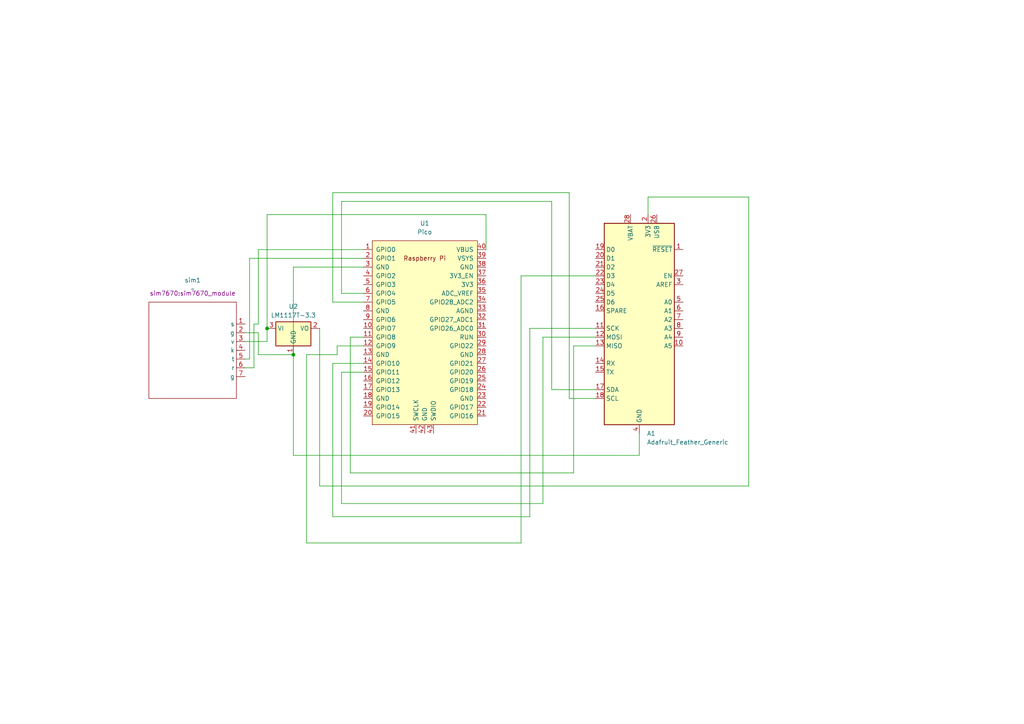
<source format=kicad_sch>
(kicad_sch (version 20231120) (generator "eeschema") (generator_version "8.0")
  (paper "A4")
  (lib_symbols
    (symbol "MCU_Module:Adafruit_Feather_Generic"
      (property "Reference" "A" (at -10.16 29.21 0))
      (property "Value" "Adafruit_Feather_Generic" (at 2.54 -31.75 0))
      (symbol "Adafruit_Feather_Generic_0_1"
        (rectangle (start -10.16 27.94) (end 10.16 -30.48) (stroke (width 0.254)) (fill (type background)))
      )
      (symbol "Adafruit_Feather_Generic_1_1"
        (pin input line (at 12.7 20.32 180) (length 2.54) (name "~{RESET}") (number "1"))
        (pin bidirectional line (at 12.7 -7.62 180) (length 2.54) (name "A5") (number "10"))
        (pin bidirectional line (at -12.7 -2.54 0) (length 2.54) (name "SCK") (number "11"))
        (pin bidirectional line (at -12.7 -5.08 0) (length 2.54) (name "MOSI") (number "12"))
        (pin bidirectional line (at -12.7 -7.62 0) (length 2.54) (name "MISO") (number "13"))
        (pin bidirectional line (at -12.7 -12.7 0) (length 2.54) (name "RX") (number "14"))
        (pin bidirectional line (at -12.7 -15.24 0) (length 2.54) (name "TX") (number "15"))
        (pin bidirectional line (at -12.7 2.54 0) (length 2.54) (name "SPARE") (number "16"))
        (pin bidirectional line (at -12.7 -20.32 0) (length 2.54) (name "SDA") (number "17"))
        (pin bidirectional line (at -12.7 -22.86 0) (length 2.54) (name "SCL") (number "18"))
        (pin bidirectional line (at -12.7 20.32 0) (length 2.54) (name "D0") (number "19"))
        (pin power_in line (at 2.54 30.48 270) (length 2.54) (name "3V3") (number "2"))
        (pin bidirectional line (at -12.7 17.78 0) (length 2.54) (name "D1") (number "20"))
        (pin bidirectional line (at -12.7 15.24 0) (length 2.54) (name "D2") (number "21"))
        (pin bidirectional line (at -12.7 12.7 0) (length 2.54) (name "D3") (number "22"))
        (pin bidirectional line (at -12.7 10.16 0) (length 2.54) (name "D4") (number "23"))
        (pin bidirectional line (at -12.7 7.62 0) (length 2.54) (name "D5") (number "24"))
        (pin bidirectional line (at -12.7 5.08 0) (length 2.54) (name "D6") (number "25"))
        (pin power_in line (at 5.08 30.48 270) (length 2.54) (name "USB") (number "26"))
        (pin input line (at 12.7 12.7 180) (length 2.54) (name "EN") (number "27"))
        (pin power_in line (at -2.54 30.48 270) (length 2.54) (name "VBAT") (number "28"))
        (pin input line (at 12.7 10.16 180) (length 2.54) (name "AREF") (number "3"))
        (pin power_in line (at 0 -33.02 90) (length 2.54) (name "GND") (number "4"))
        (pin bidirectional line (at 12.7 5.08 180) (length 2.54) (name "A0") (number "5"))
        (pin bidirectional line (at 12.7 2.54 180) (length 2.54) (name "A1") (number "6"))
        (pin bidirectional line (at 12.7 0 180) (length 2.54) (name "A2") (number "7"))
        (pin bidirectional line (at 12.7 -2.54 180) (length 2.54) (name "A3") (number "8"))
        (pin bidirectional line (at 12.7 -5.08 180) (length 2.54) (name "A4") (number "9"))
      )
    )
    (symbol "RPi_Pico:Pico" (pin_names (offset 1.016))
      (property "Reference" "U" (at -13.97 27.94 0))
      (property "Value" "Pico" (at 0 19.05 0))
      (symbol "Pico_0_0"
        (text "Raspberry Pi" (at 0 21.59 0) (effects (font (size 1.27 1.27))))
      )
      (symbol "Pico_0_1"
        (rectangle (start -15.24 26.67) (end 15.24 -26.67) (fill (type background)))
      )
      (symbol "Pico_1_1"
        (pin bidirectional line (at -17.78 24.13 0) (length 2.54) (name "GPIO0") (number "1"))
        (pin bidirectional line (at -17.78 1.27 0) (length 2.54) (name "GPIO7") (number "10"))
        (pin bidirectional line (at -17.78 -1.27 0) (length 2.54) (name "GPIO8") (number "11"))
        (pin bidirectional line (at -17.78 -3.81 0) (length 2.54) (name "GPIO9") (number "12"))
        (pin power_in line (at -17.78 -6.35 0) (length 2.54) (name "GND") (number "13"))
        (pin bidirectional line (at -17.78 -8.89 0) (length 2.54) (name "GPIO10") (number "14"))
        (pin bidirectional line (at -17.78 -11.43 0) (length 2.54) (name "GPIO11") (number "15"))
        (pin bidirectional line (at -17.78 -13.97 0) (length 2.54) (name "GPIO12") (number "16"))
        (pin bidirectional line (at -17.78 -16.51 0) (length 2.54) (name "GPIO13") (number "17"))
        (pin power_in line (at -17.78 -19.05 0) (length 2.54) (name "GND") (number "18"))
        (pin bidirectional line (at -17.78 -21.59 0) (length 2.54) (name "GPIO14") (number "19"))
        (pin bidirectional line (at -17.78 21.59 0) (length 2.54) (name "GPIO1") (number "2"))
        (pin bidirectional line (at -17.78 -24.13 0) (length 2.54) (name "GPIO15") (number "20"))
        (pin bidirectional line (at 17.78 -24.13 180) (length 2.54) (name "GPIO16") (number "21"))
        (pin bidirectional line (at 17.78 -21.59 180) (length 2.54) (name "GPIO17") (number "22"))
        (pin power_in line (at 17.78 -19.05 180) (length 2.54) (name "GND") (number "23"))
        (pin bidirectional line (at 17.78 -16.51 180) (length 2.54) (name "GPIO18") (number "24"))
        (pin bidirectional line (at 17.78 -13.97 180) (length 2.54) (name "GPIO19") (number "25"))
        (pin bidirectional line (at 17.78 -11.43 180) (length 2.54) (name "GPIO20") (number "26"))
        (pin bidirectional line (at 17.78 -8.89 180) (length 2.54) (name "GPIO21") (number "27"))
        (pin power_in line (at 17.78 -6.35 180) (length 2.54) (name "GND") (number "28"))
        (pin bidirectional line (at 17.78 -3.81 180) (length 2.54) (name "GPIO22") (number "29"))
        (pin power_in line (at -17.78 19.05 0) (length 2.54) (name "GND") (number "3"))
        (pin input line (at 17.78 -1.27 180) (length 2.54) (name "RUN") (number "30"))
        (pin bidirectional line (at 17.78 1.27 180) (length 2.54) (name "GPIO26_ADC0") (number "31"))
        (pin bidirectional line (at 17.78 3.81 180) (length 2.54) (name "GPIO27_ADC1") (number "32"))
        (pin power_in line (at 17.78 6.35 180) (length 2.54) (name "AGND") (number "33"))
        (pin bidirectional line (at 17.78 8.89 180) (length 2.54) (name "GPIO28_ADC2") (number "34"))
        (pin unspecified line (at 17.78 11.43 180) (length 2.54) (name "ADC_VREF") (number "35"))
        (pin unspecified line (at 17.78 13.97 180) (length 2.54) (name "3V3") (number "36"))
        (pin input line (at 17.78 16.51 180) (length 2.54) (name "3V3_EN") (number "37"))
        (pin bidirectional line (at 17.78 19.05 180) (length 2.54) (name "GND") (number "38"))
        (pin unspecified line (at 17.78 21.59 180) (length 2.54) (name "VSYS") (number "39"))
        (pin bidirectional line (at -17.78 16.51 0) (length 2.54) (name "GPIO2") (number "4"))
        (pin unspecified line (at 17.78 24.13 180) (length 2.54) (name "VBUS") (number "40"))
        (pin input line (at -2.54 -29.21 90) (length 2.54) (name "SWCLK") (number "41"))
        (pin power_in line (at 0 -29.21 90) (length 2.54) (name "GND") (number "42"))
        (pin bidirectional line (at 2.54 -29.21 90) (length 2.54) (name "SWDIO") (number "43"))
        (pin bidirectional line (at -17.78 13.97 0) (length 2.54) (name "GPIO3") (number "5"))
        (pin bidirectional line (at -17.78 11.43 0) (length 2.54) (name "GPIO4") (number "6"))
        (pin bidirectional line (at -17.78 8.89 0) (length 2.54) (name "GPIO5") (number "7"))
        (pin power_in line (at -17.78 6.35 0) (length 2.54) (name "GND") (number "8"))
        (pin bidirectional line (at -17.78 3.81 0) (length 2.54) (name "GPIO6") (number "9"))
      )
    )
    (symbol "Regulator_Linear:LM1117T-3.3"
      (property "Reference" "U" (at -3.81 3.175 0))
      (property "Value" "LM1117T-3.3" (at 0 3.175 0))
      (symbol "LM1117T-3.3_0_1"
        (rectangle (start -5.08 -5.08) (end 5.08 1.905) (stroke (width 0.254)) (fill (type background)))
      )
      (symbol "LM1117T-3.3_1_1"
        (pin power_in line (at 0 -7.62 90) (length 2.54) (name "GND") (number "1"))
        (pin power_out line (at 7.62 0 180) (length 2.54) (name "VO") (number "2"))
        (pin power_in line (at -7.62 0 0) (length 2.54) (name "VI") (number "3"))
      )
    )
    (symbol "sim7670:sim7670_module"
      (property "Reference" "sim" (at 0 0 0))
      (property "Footprint" "sim7670:sim7670_module" (at 0 0 0))
      (symbol "sim7670_module_0_1"
        (rectangle (start -13.97 11.43) (end 11.43 -16.51))
      )
      (symbol "sim7670_module_1_1"
        (pin unspecified line (at 13.97 5.08 180) (length 2.54) (name "s") (number "1"))
        (pin unspecified line (at 13.97 2.54 180) (length 2.54) (name "g") (number "2"))
        (pin unspecified line (at 13.97 0 180) (length 2.54) (name "v") (number "3"))
        (pin unspecified line (at 13.97 -2.54 180) (length 2.54) (name "k") (number "4"))
        (pin unspecified line (at 13.97 -5.08 180) (length 2.54) (name "t") (number "5"))
        (pin unspecified line (at 13.97 -7.62 180) (length 2.54) (name "r") (number "6"))
        (pin unspecified line (at 13.97 -10.16 180) (length 2.54) (name "g") (number "7"))
      )
    )
  )
  (junction (at 77.47 95.25))
  (junction (at 85.09 102.87))
  (wire (pts (xy 72.39 74.93) (xy 105.41 74.93)))
  (wire (pts (xy 157.48 97.79) (xy 157.48 146.05)))
  (wire (pts (xy 88.9 102.87) (xy 97.79 102.87)))
  (wire (pts (xy 157.48 146.05) (xy 99.06 146.05)))
  (wire (pts (xy 85.09 132.08) (xy 185.42 132.08)))
  (wire (pts (xy 166.37 137.16) (xy 166.37 100.33)))
  (wire (pts (xy 88.9 157.48) (xy 151.13 157.48)))
  (wire (pts (xy 105.41 87.63) (xy 96.52 87.63)))
  (wire (pts (xy 172.72 97.79) (xy 157.48 97.79)))
  (wire (pts (xy 153.67 149.86) (xy 153.67 95.25)))
  (wire (pts (xy 160.02 113.03) (xy 172.72 113.03)))
  (wire (pts (xy 99.06 146.05) (xy 99.06 107.95)))
  (wire (pts (xy 160.02 58.42) (xy 160.02 113.03)))
  (wire (pts (xy 101.6 97.79) (xy 101.6 137.16)))
  (wire (pts (xy 217.17 140.97) (xy 92.71 140.97)))
  (wire (pts (xy 73.66 106.68) (xy 71.12 106.68)))
  (wire (pts (xy 166.37 100.33) (xy 172.72 100.33)))
  (wire (pts (xy 165.1 115.57) (xy 172.72 115.57)))
  (wire (pts (xy 185.42 125.73) (xy 185.42 132.08)))
  (wire (pts (xy 99.06 107.95) (xy 105.41 107.95)))
  (wire (pts (xy 96.52 149.86) (xy 153.67 149.86)))
  (wire (pts (xy 71.12 104.14) (xy 72.39 104.14)))
  (wire (pts (xy 96.52 55.88) (xy 165.1 55.88)))
  (wire (pts (xy 99.06 58.42) (xy 160.02 58.42)))
  (wire (pts (xy 151.13 157.48) (xy 151.13 80.01)))
  (wire (pts (xy 77.47 95.25) (xy 77.47 62.23)))
  (wire (pts (xy 77.47 99.06) (xy 77.47 95.25)))
  (wire (pts (xy 105.41 72.39) (xy 74.93 72.39)))
  (wire (pts (xy 77.47 62.23) (xy 140.97 62.23)))
  (wire (pts (xy 96.52 87.63) (xy 96.52 55.88)))
  (wire (pts (xy 105.41 85.09) (xy 99.06 85.09)))
  (wire (pts (xy 151.13 80.01) (xy 172.72 80.01)))
  (wire (pts (xy 85.09 102.87) (xy 74.93 102.87)))
  (wire (pts (xy 97.79 102.87) (xy 97.79 100.33)))
  (wire (pts (xy 105.41 97.79) (xy 101.6 97.79)))
  (wire (pts (xy 96.52 105.41) (xy 96.52 149.86)))
  (wire (pts (xy 99.06 85.09) (xy 99.06 58.42)))
  (wire (pts (xy 97.79 100.33) (xy 105.41 100.33)))
  (wire (pts (xy 85.09 77.47) (xy 85.09 102.87)))
  (wire (pts (xy 187.96 57.15) (xy 217.17 57.15)))
  (wire (pts (xy 73.66 93.98) (xy 73.66 106.68)))
  (wire (pts (xy 71.12 99.06) (xy 77.47 99.06)))
  (wire (pts (xy 85.09 132.08) (xy 85.09 102.87)))
  (wire (pts (xy 88.9 157.48) (xy 88.9 102.87)))
  (wire (pts (xy 74.93 96.52) (xy 71.12 96.52)))
  (wire (pts (xy 140.97 62.23) (xy 140.97 72.39)))
  (wire (pts (xy 165.1 55.88) (xy 165.1 115.57)))
  (wire (pts (xy 101.6 137.16) (xy 166.37 137.16)))
  (wire (pts (xy 72.39 104.14) (xy 72.39 74.93)))
  (wire (pts (xy 105.41 77.47) (xy 85.09 77.47)))
  (wire (pts (xy 187.96 62.23) (xy 187.96 57.15)))
  (wire (pts (xy 92.71 140.97) (xy 92.71 95.25)))
  (wire (pts (xy 153.67 95.25) (xy 172.72 95.25)))
  (wire (pts (xy 74.93 93.98) (xy 73.66 93.98)))
  (wire (pts (xy 74.93 102.87) (xy 74.93 96.52)))
  (wire (pts (xy 217.17 57.15) (xy 217.17 140.97)))
  (wire (pts (xy 74.93 72.39) (xy 74.93 93.98)))
  (wire (pts (xy 105.41 105.41) (xy 96.52 105.41)))
  (symbol (lib_id "MCU_Module:Adafruit_Feather_Generic") (at 185.42 92.71 0) (unit 1)
    (property "Reference" "A1" (at 187.6141 125.73 0) (effects (justify left)))
    (property "Value" "Adafruit_Feather_Generic" (at 187.6141 128.27 0) (effects (justify left)))
    (property "Footprint" "Module:Adafruit_Feather" (effects (hide yes)))
    (property "Datasheet" "https://cdn-learn.adafruit.com/downloads/pdf/adafruit-feather.pdf" (effects (hide yes)))
    (property "Description" "Microcontroller module in various flavor, generic symbol" (effects (hide yes)))
  )
  (symbol (lib_id "Regulator_Linear:LM1117T-3.3") (at 85.09 95.25 0) (unit 1)
    (property "Reference" "U2" (at 85.09 88.9 0))
    (property "Value" "LM1117T-3.3" (at 85.09 91.44 0))
    (property "Footprint" "Package_TO_SOT_THT:TO-220-3_Vertical" (effects (hide yes)))
    (property "Datasheet" "http://www.ti.com/lit/ds/symlink/lm1117.pdf" (effects (hide yes)))
    (property "Description" "800mA Low-Dropout Linear Regulator, 3.3V fixed output, TO-220" (effects (hide yes)))
  )
  (symbol (lib_id "sim7670:sim7670_module") (at 57.15 99.06 0) (unit 1)
    (property "Reference" "sim1" (at 55.88 81.28 0))
    (property "Value" "~" (at 55.88 83.82 0))
    (property "Footprint" "sim7670:sim7670_module" (at 55.88 85.09 0))
  )
  (symbol (lib_id "RPi_Pico:Pico") (at 123.19 96.52 0) (unit 1)
    (property "Reference" "U1" (at 123.19 64.77 0))
    (property "Value" "Pico" (at 123.19 67.31 0))
    (property "Footprint" "RPi_Pico:RPi_Pico_SMD_TH" (effects (hide yes)))
  )
)
</source>
